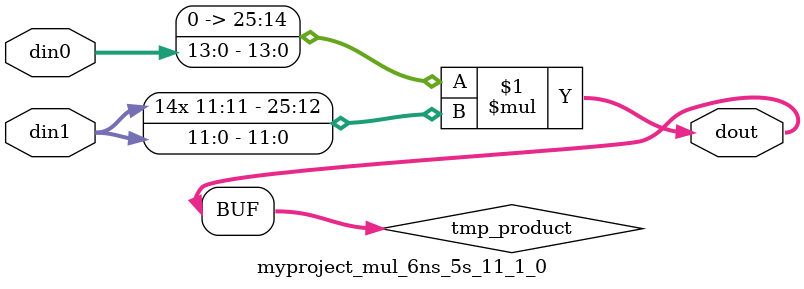
<source format=v>

`timescale 1 ns / 1 ps

  module myproject_mul_6ns_5s_11_1_0(din0, din1, dout);
parameter ID = 1;
parameter NUM_STAGE = 0;
parameter din0_WIDTH = 14;
parameter din1_WIDTH = 12;
parameter dout_WIDTH = 26;

input [din0_WIDTH - 1 : 0] din0; 
input [din1_WIDTH - 1 : 0] din1; 
output [dout_WIDTH - 1 : 0] dout;

wire signed [dout_WIDTH - 1 : 0] tmp_product;











assign tmp_product = $signed({1'b0, din0}) * $signed(din1);










assign dout = tmp_product;







endmodule

</source>
